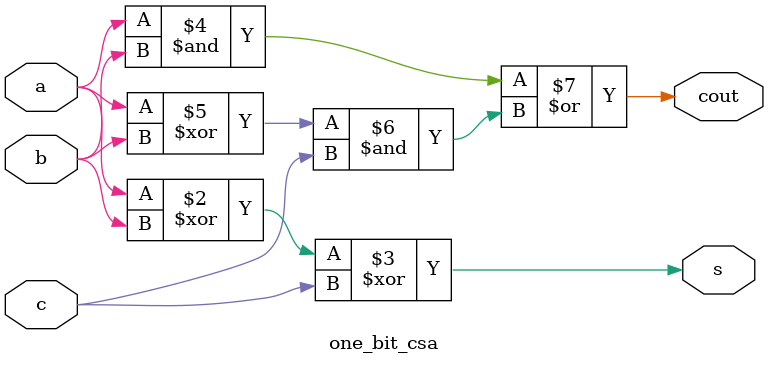
<source format=v>
module one_bit_csa(a, b, c, s, cout);
    input a, b, c;
    output s, cout;
    reg s,cout;
    always@(*) begin
        s <= a ^ b ^ c;
        cout <= (a & b) | ((a ^ b) & c);
    end
endmodule
</source>
